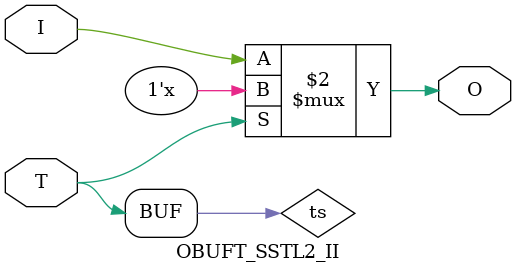
<source format=v>

/*

FUNCTION    : TRI-STATE OUTPUT BUFFER

*/

`celldefine
`timescale  100 ps / 10 ps

module OBUFT_SSTL2_II (O, I, T);

    output O;

    input  I, T;

    or O1 (ts, 1'b0, T);
    bufif0 T1 (O, I, ts);

endmodule

</source>
